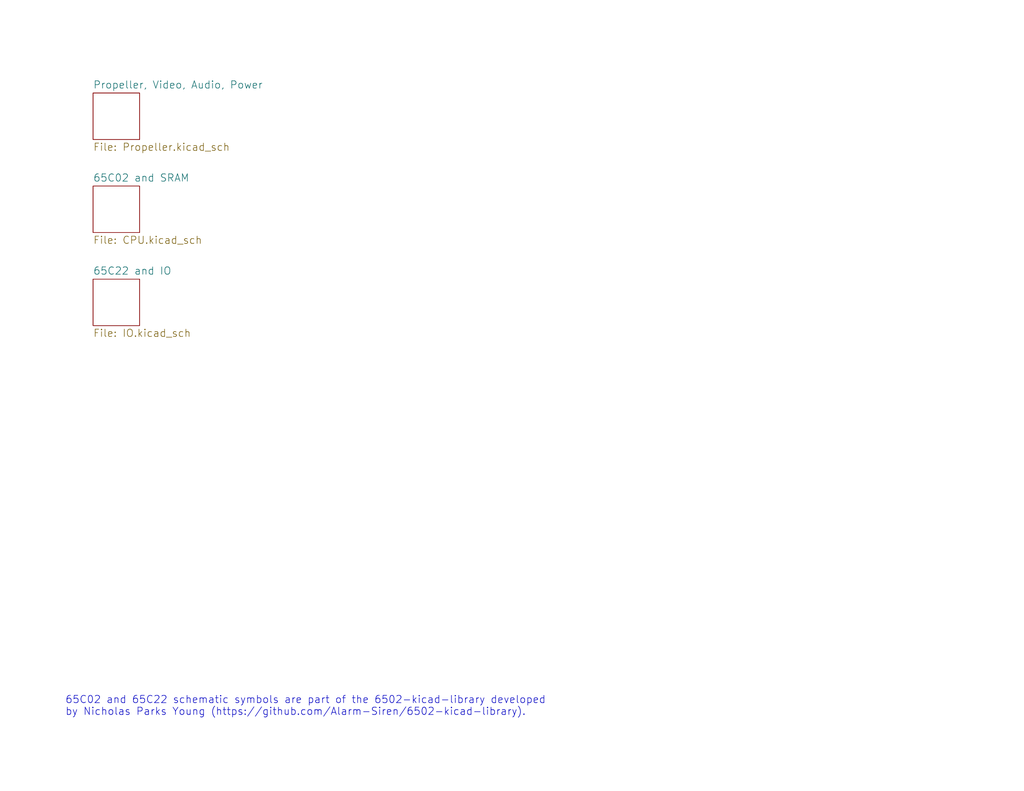
<source format=kicad_sch>
(kicad_sch (version 20211123) (generator eeschema)
  (paper "USLetter")
  (title_block (title "Cody Computer Main Sheet") (date "2025-01-06") (rev "B"))
  (lib_symbols)
  (text "65C02 and 65C22 schematic symbols are part of the 6502-kicad-library developed \nby Nicholas Parks Young (https://github.com/Alarm-Siren/6502-kicad-library)." (at 17.78 195.58 0) (effects (font (size 2.0066 2.0066)) (justify left bottom)))
  (sheet (at 25.4 25.4) (size 12.7 12.7)
    (property "Sheet name" "Propeller, Video, Audio, Power" (at 25.4 24.3201 0) (effects (font (size 2.0066 2.0066)) (justify left bottom)))
    (property "Sheet file" "Propeller.kicad_sch" (at 25.4 38.9792 0) (effects (font (size 2.0066 2.0066)) (justify left top)))
  )
  (sheet (at 25.4 50.8) (size 12.7 12.7)
    (property "Sheet name" "65C02 and SRAM" (at 25.4 49.7201 0) (effects (font (size 2.0066 2.0066)) (justify left bottom)))
    (property "Sheet file" "CPU.kicad_sch" (at 25.4 64.3792 0) (effects (font (size 2.0066 2.0066)) (justify left top)))
  )
  (sheet (at 25.4 76.2) (size 12.7 12.7)
    (property "Sheet name" "65C22 and IO" (at 25.4 75.1201 0) (effects (font (size 2.0066 2.0066)) (justify left bottom)))
    (property "Sheet file" "IO.kicad_sch" (at 25.4 89.7792 0) (effects (font (size 2.0066 2.0066)) (justify left top)))
  )
)
</source>
